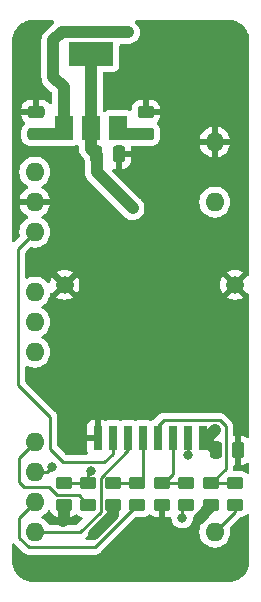
<source format=gbr>
%TF.GenerationSoftware,KiCad,Pcbnew,7.0.1*%
%TF.CreationDate,2023-03-18T17:30:27+01:00*%
%TF.ProjectId,gateway-nano-E01-ml01sp4,67617465-7761-4792-9d6e-616e6f2d4530,rev?*%
%TF.SameCoordinates,Original*%
%TF.FileFunction,Copper,L2,Bot*%
%TF.FilePolarity,Positive*%
%FSLAX46Y46*%
G04 Gerber Fmt 4.6, Leading zero omitted, Abs format (unit mm)*
G04 Created by KiCad (PCBNEW 7.0.1) date 2023-03-18 17:30:27*
%MOMM*%
%LPD*%
G01*
G04 APERTURE LIST*
G04 Aperture macros list*
%AMRoundRect*
0 Rectangle with rounded corners*
0 $1 Rounding radius*
0 $2 $3 $4 $5 $6 $7 $8 $9 X,Y pos of 4 corners*
0 Add a 4 corners polygon primitive as box body*
4,1,4,$2,$3,$4,$5,$6,$7,$8,$9,$2,$3,0*
0 Add four circle primitives for the rounded corners*
1,1,$1+$1,$2,$3*
1,1,$1+$1,$4,$5*
1,1,$1+$1,$6,$7*
1,1,$1+$1,$8,$9*
0 Add four rect primitives between the rounded corners*
20,1,$1+$1,$2,$3,$4,$5,0*
20,1,$1+$1,$4,$5,$6,$7,0*
20,1,$1+$1,$6,$7,$8,$9,0*
20,1,$1+$1,$8,$9,$2,$3,0*%
G04 Aperture macros list end*
%TA.AperFunction,ComponentPad*%
%ADD10O,1.600000X1.600000*%
%TD*%
%TA.AperFunction,SMDPad,CuDef*%
%ADD11R,1.500000X2.000000*%
%TD*%
%TA.AperFunction,SMDPad,CuDef*%
%ADD12R,3.800000X2.000000*%
%TD*%
%TA.AperFunction,SMDPad,CuDef*%
%ADD13RoundRect,0.250000X-0.250000X-0.475000X0.250000X-0.475000X0.250000X0.475000X-0.250000X0.475000X0*%
%TD*%
%TA.AperFunction,SMDPad,CuDef*%
%ADD14RoundRect,0.250000X0.450000X-0.262500X0.450000X0.262500X-0.450000X0.262500X-0.450000X-0.262500X0*%
%TD*%
%TA.AperFunction,SMDPad,CuDef*%
%ADD15RoundRect,0.250000X-0.450000X0.262500X-0.450000X-0.262500X0.450000X-0.262500X0.450000X0.262500X0*%
%TD*%
%TA.AperFunction,SMDPad,CuDef*%
%ADD16R,0.800000X2.000000*%
%TD*%
%TA.AperFunction,SMDPad,CuDef*%
%ADD17C,1.500000*%
%TD*%
%TA.AperFunction,SMDPad,CuDef*%
%ADD18RoundRect,0.250000X0.250000X0.475000X-0.250000X0.475000X-0.250000X-0.475000X0.250000X-0.475000X0*%
%TD*%
%TA.AperFunction,SMDPad,CuDef*%
%ADD19RoundRect,0.250000X0.475000X-0.250000X0.475000X0.250000X-0.475000X0.250000X-0.475000X-0.250000X0*%
%TD*%
%TA.AperFunction,ViaPad*%
%ADD20C,1.000000*%
%TD*%
%TA.AperFunction,ViaPad*%
%ADD21C,0.800000*%
%TD*%
%TA.AperFunction,Conductor*%
%ADD22C,1.000000*%
%TD*%
%TA.AperFunction,Conductor*%
%ADD23C,0.250000*%
%TD*%
G04 APERTURE END LIST*
D10*
%TO.P,A1,3,~{RESET}*%
%TO.N,inclusion*%
X114935000Y-91440000D03*
%TO.P,A1,4,GND*%
%TO.N,GND*%
X114935000Y-93980000D03*
%TO.P,A1,5,D2*%
%TO.N,irq*%
X114935000Y-96520000D03*
%TO.P,A1,7,D4*%
%TO.N,ledgreen*%
X114935000Y-101600000D03*
%TO.P,A1,8,D5*%
%TO.N,ledyellow*%
X114935000Y-104140000D03*
%TO.P,A1,9,D6*%
%TO.N,ledred*%
X114935000Y-106680000D03*
%TO.P,A1,12,D9*%
%TO.N,ce-nano*%
X114935000Y-114300000D03*
%TO.P,A1,13,D10*%
%TO.N,csn-nano*%
X114935000Y-116840000D03*
%TO.P,A1,14,D11*%
%TO.N,mosi-nano*%
X114935000Y-119380000D03*
%TO.P,A1,15,D12*%
%TO.N,miso*%
X114935000Y-121920000D03*
%TO.P,A1,16,D13*%
%TO.N,sck-nano*%
X130175000Y-121920000D03*
%TO.P,A1,27,+5V*%
%TO.N,+5V*%
X130175000Y-93980000D03*
%TO.P,A1,29,GND*%
%TO.N,GND*%
X130175000Y-88900000D03*
%TD*%
D11*
%TO.P,U2,1,GND*%
%TO.N,Net-(U2-GND)*%
X121975000Y-87725000D03*
%TO.P,U2,2,VO*%
%TO.N,+3.3VP*%
X119675000Y-87725000D03*
D12*
X119675000Y-81425000D03*
D11*
%TO.P,U2,3,VI*%
%TO.N,+5V*%
X117375000Y-87725000D03*
%TD*%
D13*
%TO.P,C1,1*%
%TO.N,+3.3VP*%
X130250000Y-115000000D03*
%TO.P,C1,2*%
%TO.N,GND*%
X132150000Y-115000000D03*
%TD*%
D14*
%TO.P,R4,1*%
%TO.N,ce-nano*%
X119471428Y-119612500D03*
%TO.P,R4,2*%
%TO.N,ce-e01*%
X119471428Y-117787500D03*
%TD*%
D15*
%TO.P,R6,1*%
%TO.N,mosi-e01*%
X121542856Y-117787500D03*
%TO.P,R6,2*%
%TO.N,GND*%
X121542856Y-119612500D03*
%TD*%
%TO.P,R7,1*%
%TO.N,csn-e01*%
X125685712Y-117787500D03*
%TO.P,R7,2*%
%TO.N,GND*%
X125685712Y-119612500D03*
%TD*%
%TO.P,R8,1*%
%TO.N,ce-e01*%
X117400000Y-117787500D03*
%TO.P,R8,2*%
%TO.N,GND*%
X117400000Y-119612500D03*
%TD*%
D14*
%TO.P,R1,1*%
%TO.N,sck-nano*%
X131900000Y-119612500D03*
%TO.P,R1,2*%
%TO.N,sck-e01*%
X131900000Y-117787500D03*
%TD*%
D16*
%TO.P,U1,1,VCC*%
%TO.N,+3.3VP*%
X129145786Y-113965336D03*
%TO.P,U1,2,CE*%
%TO.N,ce-e01*%
X127875786Y-113965336D03*
%TO.P,U1,3,CSN*%
%TO.N,csn-e01*%
X126605786Y-113965336D03*
%TO.P,U1,4,SCK*%
%TO.N,sck-e01*%
X125335786Y-113965336D03*
%TO.P,U1,5,MOSI*%
%TO.N,mosi-e01*%
X124065786Y-113965336D03*
%TO.P,U1,6,MISO*%
%TO.N,miso*%
X122795786Y-113965336D03*
%TO.P,U1,7,IRQ*%
%TO.N,irq*%
X121525786Y-113965336D03*
%TO.P,U1,8,GND*%
%TO.N,GND*%
X120255786Y-113965336D03*
D17*
%TO.P,U1,9,GND*%
X117446185Y-100981233D03*
%TO.P,U1,10,GND*%
X131882575Y-100973410D03*
%TD*%
D15*
%TO.P,R5,1*%
%TO.N,sck-e01*%
X129828568Y-117787500D03*
%TO.P,R5,2*%
%TO.N,GND*%
X129828568Y-119612500D03*
%TD*%
D18*
%TO.P,C3,1*%
%TO.N,GND*%
X122050000Y-89950000D03*
%TO.P,C3,2*%
%TO.N,+3.3VP*%
X120150000Y-89950000D03*
%TD*%
D14*
%TO.P,R2,1*%
%TO.N,mosi-nano*%
X123614284Y-119612500D03*
%TO.P,R2,2*%
%TO.N,mosi-e01*%
X123614284Y-117787500D03*
%TD*%
%TO.P,R12,1*%
%TO.N,Net-(U2-GND)*%
X124325000Y-88212500D03*
%TO.P,R12,2*%
%TO.N,GND*%
X124325000Y-86387500D03*
%TD*%
%TO.P,R3,1*%
%TO.N,csn-nano*%
X127757140Y-119612500D03*
%TO.P,R3,2*%
%TO.N,csn-e01*%
X127757140Y-117787500D03*
%TD*%
D19*
%TO.P,C2,1*%
%TO.N,+5V*%
X115025000Y-88225000D03*
%TO.P,C2,2*%
%TO.N,GND*%
X115025000Y-86325000D03*
%TD*%
D20*
%TO.N,GND*%
X118800000Y-113975000D03*
X115325000Y-108950000D03*
X128800000Y-120800000D03*
X123400000Y-123000000D03*
X119900000Y-122100000D03*
X114900000Y-124700000D03*
X130200000Y-124700000D03*
X117300000Y-121000000D03*
D21*
%TO.N,csn-nano*%
X127400000Y-120700000D03*
X116400000Y-116400000D03*
%TO.N,ce-e01*%
X119700000Y-116724500D03*
X127900000Y-115400000D03*
D20*
%TO.N,+5V*%
X122800000Y-79600000D03*
%TO.N,+3.3VP*%
X130200000Y-113300000D03*
X123200000Y-94500000D03*
%TD*%
D22*
%TO.N,GND*%
X121542856Y-120457144D02*
X121542856Y-119612500D01*
X129885710Y-119714290D02*
X128800000Y-120800000D01*
X117400000Y-119612500D02*
X117400000Y-120900000D01*
X117400000Y-120900000D02*
X117300000Y-121000000D01*
X119900000Y-122100000D02*
X121542856Y-120457144D01*
D23*
X129885710Y-119612500D02*
X129885710Y-119714290D01*
D22*
X130075000Y-88880000D02*
X130030000Y-88880000D01*
D23*
%TO.N,miso*%
X120500000Y-117304683D02*
X120500000Y-120200000D01*
X118780000Y-121920000D02*
X114935000Y-121920000D01*
X122795786Y-113965336D02*
X122795786Y-115008897D01*
X122795786Y-115008897D02*
X120500000Y-117304683D01*
X120500000Y-120200000D02*
X118780000Y-121920000D01*
%TO.N,ce-nano*%
X118633928Y-118775000D02*
X119471428Y-119612500D01*
X113600000Y-117675991D02*
X114024009Y-118100000D01*
X114935000Y-114300000D02*
X113600000Y-115635000D01*
X116775000Y-118775000D02*
X118633928Y-118775000D01*
X116100000Y-118100000D02*
X116775000Y-118775000D01*
X114024009Y-118100000D02*
X116100000Y-118100000D01*
X113600000Y-115635000D02*
X113600000Y-117675991D01*
%TO.N,csn-nano*%
X114935000Y-116840000D02*
X115960000Y-116840000D01*
X127400000Y-119969640D02*
X127757140Y-119612500D01*
X115960000Y-116840000D02*
X116400000Y-116400000D01*
X127400000Y-120700000D02*
X127400000Y-119969640D01*
%TO.N,mosi-nano*%
X114935000Y-119380000D02*
X113600000Y-120715000D01*
X120026784Y-123200000D02*
X123614284Y-119612500D01*
X113600000Y-120715000D02*
X113600000Y-122400000D01*
X114400000Y-123200000D02*
X120026784Y-123200000D01*
X113600000Y-122400000D02*
X114400000Y-123200000D01*
%TO.N,sck-nano*%
X131900000Y-119612500D02*
X131900000Y-120195000D01*
X131900000Y-120195000D02*
X130175000Y-121920000D01*
%TO.N,sck-e01*%
X131075000Y-112975000D02*
X130575000Y-112475000D01*
X125825000Y-112475000D02*
X125335786Y-112964214D01*
X131075000Y-116541068D02*
X131075000Y-112975000D01*
X130575000Y-112475000D02*
X125825000Y-112475000D01*
X129885710Y-117787500D02*
X131900000Y-117787500D01*
X125335786Y-112964214D02*
X125335786Y-113965336D01*
X129828568Y-117787500D02*
X131075000Y-116541068D01*
%TO.N,mosi-e01*%
X121828570Y-117787500D02*
X123842855Y-117787500D01*
X124065786Y-117564569D02*
X124065786Y-113965336D01*
X123842855Y-117787500D02*
X124065786Y-117564569D01*
%TO.N,csn-e01*%
X126605786Y-117038854D02*
X125857140Y-117787500D01*
X126605786Y-113965336D02*
X126605786Y-117038854D01*
X125857140Y-117787500D02*
X127871425Y-117787500D01*
%TO.N,ce-e01*%
X117800000Y-117787500D02*
X119814285Y-117787500D01*
X127900000Y-113989550D02*
X127875786Y-113965336D01*
X127900000Y-115400000D02*
X127900000Y-113989550D01*
X119471428Y-116953072D02*
X119700000Y-116724500D01*
X119471428Y-117787500D02*
X119471428Y-116953072D01*
%TO.N,irq*%
X113500000Y-109500000D02*
X116200000Y-112200000D01*
X117300000Y-116000000D02*
X120800000Y-116000000D01*
X114935000Y-96520000D02*
X113500000Y-97955000D01*
X113500000Y-97955000D02*
X113500000Y-109500000D01*
X116200000Y-112200000D02*
X116200000Y-114900000D01*
X116200000Y-114900000D02*
X117300000Y-116000000D01*
X121525786Y-115274214D02*
X121525786Y-113965336D01*
X120800000Y-116000000D02*
X121525786Y-115274214D01*
D22*
%TO.N,+5V*%
X116500000Y-83400000D02*
X117375000Y-84275000D01*
X116775000Y-88225000D02*
X115025000Y-88225000D01*
X116500000Y-80300000D02*
X116500000Y-83400000D01*
X117200000Y-79600000D02*
X116500000Y-80300000D01*
X122800000Y-79600000D02*
X117200000Y-79600000D01*
X117375000Y-84275000D02*
X117375000Y-87725000D01*
%TO.N,+3.3VP*%
X129534664Y-113965336D02*
X130200000Y-113300000D01*
X120175000Y-91475000D02*
X123200000Y-94500000D01*
X119650000Y-89450000D02*
X119650000Y-87750000D01*
X130250000Y-115000000D02*
X129534664Y-114284664D01*
X120150000Y-89950000D02*
X119650000Y-89450000D01*
X119650000Y-87750000D02*
X119675000Y-87725000D01*
X119675000Y-81425000D02*
X119675000Y-87725000D01*
X129534664Y-114284664D02*
X129534664Y-113965336D01*
X120175000Y-89975000D02*
X120175000Y-91475000D01*
X120150000Y-89950000D02*
X120175000Y-89975000D01*
%TO.N,Net-(U2-GND)*%
X121975000Y-87725000D02*
X122500000Y-88250000D01*
X122500000Y-88250000D02*
X122700000Y-88250000D01*
X122737500Y-88212500D02*
X124325000Y-88212500D01*
X122700000Y-88250000D02*
X122737500Y-88212500D01*
%TD*%
%TA.AperFunction,Conductor*%
%TO.N,GND*%
G36*
X125876712Y-119375381D02*
G01*
X125922831Y-119421500D01*
X125939712Y-119484500D01*
X125939712Y-120633000D01*
X126186215Y-120633000D01*
X126290035Y-120622393D01*
X126323418Y-120611331D01*
X126378952Y-120605942D01*
X126431368Y-120625062D01*
X126470389Y-120664943D01*
X126488363Y-120717764D01*
X126506458Y-120889929D01*
X126565472Y-121071556D01*
X126660958Y-121236942D01*
X126705580Y-121286500D01*
X126788747Y-121378866D01*
X126943248Y-121491118D01*
X127117712Y-121568794D01*
X127304513Y-121608500D01*
X127495485Y-121608500D01*
X127495487Y-121608500D01*
X127682288Y-121568794D01*
X127856752Y-121491118D01*
X128011253Y-121378866D01*
X128139040Y-121236944D01*
X128234527Y-121071556D01*
X128293542Y-120889928D01*
X128311669Y-120717458D01*
X128325611Y-120671698D01*
X128355612Y-120634428D01*
X128397339Y-120611033D01*
X128529878Y-120567115D01*
X128680792Y-120474030D01*
X128704113Y-120450708D01*
X128760593Y-120418098D01*
X128825817Y-120418097D01*
X128882302Y-120450709D01*
X128905225Y-120473632D01*
X129056045Y-120566659D01*
X129224239Y-120622393D01*
X129328065Y-120633000D01*
X129332106Y-120633000D01*
X129393192Y-120648798D01*
X129438960Y-120692230D01*
X129457933Y-120752406D01*
X129445354Y-120814235D01*
X129404377Y-120862213D01*
X129330696Y-120913804D01*
X129168804Y-121075696D01*
X129037477Y-121263249D01*
X128940715Y-121470756D01*
X128881457Y-121691912D01*
X128861502Y-121919999D01*
X128881457Y-122148087D01*
X128940715Y-122369243D01*
X129037477Y-122576750D01*
X129168804Y-122764303D01*
X129330696Y-122926195D01*
X129518249Y-123057522D01*
X129725756Y-123154284D01*
X129785014Y-123170162D01*
X129946913Y-123213543D01*
X130175000Y-123233498D01*
X130403087Y-123213543D01*
X130624243Y-123154284D01*
X130831749Y-123057523D01*
X131019300Y-122926198D01*
X131181198Y-122764300D01*
X131312523Y-122576749D01*
X131409284Y-122369243D01*
X131468543Y-122148087D01*
X131488498Y-121920000D01*
X131468543Y-121691913D01*
X131451539Y-121628457D01*
X131451539Y-121563235D01*
X131484149Y-121506753D01*
X132288658Y-120702244D01*
X132304978Y-120689171D01*
X132307014Y-120687002D01*
X132307018Y-120687000D01*
X132320445Y-120672700D01*
X132356433Y-120646013D01*
X132399489Y-120633606D01*
X132400536Y-120633499D01*
X132400544Y-120633499D01*
X132504426Y-120622887D01*
X132672738Y-120567115D01*
X132823652Y-120474030D01*
X132828012Y-120469670D01*
X132859905Y-120437778D01*
X132910064Y-120407040D01*
X132968711Y-120402424D01*
X133023061Y-120424937D01*
X133061267Y-120469670D01*
X133075000Y-120526873D01*
X133075000Y-124650374D01*
X133072118Y-124677167D01*
X133054351Y-124758809D01*
X133053751Y-124761434D01*
X133021576Y-124895433D01*
X133017111Y-124910054D01*
X132977519Y-125016186D01*
X132975874Y-125020368D01*
X132925935Y-125140924D01*
X132920112Y-125153092D01*
X132864438Y-125255043D01*
X132861284Y-125260491D01*
X132794570Y-125369353D01*
X132788005Y-125379028D01*
X132717627Y-125473036D01*
X132712572Y-125479355D01*
X132630363Y-125575608D01*
X132623646Y-125582874D01*
X132540329Y-125666188D01*
X132533065Y-125672902D01*
X132436844Y-125755082D01*
X132430523Y-125760139D01*
X132336430Y-125830576D01*
X132326756Y-125837140D01*
X132218089Y-125903732D01*
X132212640Y-125906887D01*
X132110449Y-125962688D01*
X132098282Y-125968509D01*
X131978210Y-126018246D01*
X131974026Y-126019893D01*
X131867364Y-126059678D01*
X131852746Y-126064141D01*
X131719750Y-126096074D01*
X131717121Y-126096675D01*
X131612556Y-126119426D01*
X131595658Y-126121918D01*
X131508872Y-126128750D01*
X131497947Y-126129611D01*
X131488059Y-126130000D01*
X114618369Y-126130000D01*
X114608479Y-126129611D01*
X114510365Y-126121886D01*
X114493471Y-126119395D01*
X114392072Y-126097336D01*
X114389437Y-126096734D01*
X114253162Y-126064012D01*
X114238548Y-126059550D01*
X114134243Y-126020646D01*
X114130055Y-126018998D01*
X114007499Y-125968230D01*
X113995335Y-125962410D01*
X113895186Y-125907725D01*
X113889734Y-125904569D01*
X113888368Y-125903732D01*
X113778893Y-125836643D01*
X113769226Y-125830083D01*
X113676992Y-125761040D01*
X113670668Y-125755980D01*
X113572460Y-125672101D01*
X113565198Y-125665389D01*
X113483632Y-125583828D01*
X113476921Y-125576568D01*
X113392829Y-125478108D01*
X113387776Y-125471793D01*
X113319058Y-125380003D01*
X113312493Y-125370328D01*
X113244023Y-125258600D01*
X113240869Y-125253153D01*
X113186750Y-125154051D01*
X113180927Y-125141882D01*
X113130591Y-125020368D01*
X113129344Y-125017358D01*
X113127736Y-125013270D01*
X113089569Y-124910957D01*
X113085114Y-124896369D01*
X113051423Y-124756057D01*
X113050844Y-124753525D01*
X113029645Y-124656110D01*
X113027158Y-124639240D01*
X113011914Y-124445649D01*
X113011895Y-124445402D01*
X113008232Y-124394233D01*
X113007910Y-124385237D01*
X113007910Y-123008004D01*
X113021643Y-122950801D01*
X113059849Y-122906068D01*
X113114199Y-122883555D01*
X113172846Y-122888171D01*
X113223005Y-122918909D01*
X113892752Y-123588656D01*
X113905831Y-123604981D01*
X113907999Y-123607017D01*
X113908000Y-123607018D01*
X113957650Y-123653642D01*
X113960461Y-123656366D01*
X113980230Y-123676135D01*
X113983443Y-123678627D01*
X113992433Y-123686306D01*
X114024679Y-123716586D01*
X114042426Y-123726342D01*
X114058950Y-123737196D01*
X114074959Y-123749614D01*
X114115542Y-123767175D01*
X114126193Y-123772393D01*
X114164940Y-123793695D01*
X114184560Y-123798732D01*
X114203267Y-123805137D01*
X114209880Y-123807998D01*
X114221854Y-123813181D01*
X114232505Y-123814867D01*
X114265530Y-123820098D01*
X114277125Y-123822498D01*
X114319970Y-123833500D01*
X114340224Y-123833500D01*
X114359934Y-123835051D01*
X114379942Y-123838220D01*
X114379942Y-123838219D01*
X114379943Y-123838220D01*
X114423961Y-123834058D01*
X114435819Y-123833500D01*
X119942931Y-123833500D01*
X119963719Y-123835795D01*
X119966691Y-123835701D01*
X119966693Y-123835702D01*
X120034769Y-123833562D01*
X120038729Y-123833500D01*
X120066636Y-123833500D01*
X120066640Y-123833500D01*
X120070649Y-123832993D01*
X120082483Y-123832061D01*
X120126673Y-123830673D01*
X120146122Y-123825021D01*
X120165482Y-123821012D01*
X120185581Y-123818474D01*
X120226699Y-123802193D01*
X120237901Y-123798357D01*
X120280377Y-123786018D01*
X120297823Y-123775699D01*
X120315564Y-123767009D01*
X120334401Y-123759552D01*
X120370176Y-123733558D01*
X120380087Y-123727048D01*
X120418146Y-123704542D01*
X120432475Y-123690212D01*
X120447503Y-123677377D01*
X120463891Y-123665472D01*
X120492087Y-123631386D01*
X120500056Y-123622630D01*
X123452283Y-120670404D01*
X123493160Y-120643090D01*
X123541378Y-120633499D01*
X124114824Y-120633499D01*
X124114828Y-120633499D01*
X124218710Y-120622887D01*
X124387022Y-120567115D01*
X124537936Y-120474030D01*
X124561257Y-120450708D01*
X124617737Y-120418098D01*
X124682961Y-120418097D01*
X124739446Y-120450709D01*
X124762369Y-120473632D01*
X124913189Y-120566659D01*
X125081383Y-120622393D01*
X125185209Y-120633000D01*
X125431712Y-120633000D01*
X125431712Y-119484500D01*
X125448593Y-119421500D01*
X125494712Y-119375381D01*
X125557712Y-119358500D01*
X125813712Y-119358500D01*
X125876712Y-119375381D01*
G37*
%TD.AperFunction*%
%TA.AperFunction,Conductor*%
G36*
X121042348Y-120633000D02*
G01*
X121393688Y-120633000D01*
X121450891Y-120646733D01*
X121495624Y-120684939D01*
X121518137Y-120739289D01*
X121513521Y-120797936D01*
X121482783Y-120848095D01*
X119801284Y-122529595D01*
X119760407Y-122556909D01*
X119712189Y-122566500D01*
X119335111Y-122566500D01*
X119267599Y-122546887D01*
X119221105Y-122494154D01*
X119210103Y-122424717D01*
X119238019Y-122360194D01*
X119245286Y-122351408D01*
X119253272Y-122342630D01*
X120888658Y-120707244D01*
X120904982Y-120694167D01*
X120907015Y-120692001D01*
X120907018Y-120692000D01*
X120926757Y-120670979D01*
X120974516Y-120639196D01*
X121031418Y-120631883D01*
X121042348Y-120633000D01*
G37*
%TD.AperFunction*%
%TA.AperFunction,Conductor*%
G36*
X117591000Y-119425381D02*
G01*
X117637119Y-119471500D01*
X117654000Y-119534500D01*
X117654000Y-120633000D01*
X117900503Y-120633000D01*
X118004328Y-120622393D01*
X118172522Y-120566659D01*
X118323339Y-120473634D01*
X118346263Y-120450710D01*
X118402748Y-120418098D01*
X118467972Y-120418098D01*
X118524454Y-120450708D01*
X118547776Y-120474030D01*
X118698690Y-120567115D01*
X118867002Y-120622887D01*
X118888300Y-120625062D01*
X118953282Y-120651290D01*
X118994204Y-120708177D01*
X118998406Y-120778128D01*
X118964589Y-120839505D01*
X118554500Y-121249595D01*
X118513622Y-121276909D01*
X118465404Y-121286500D01*
X116154393Y-121286500D01*
X116096213Y-121272263D01*
X116051181Y-121232772D01*
X115941198Y-121075700D01*
X115941197Y-121075699D01*
X115941195Y-121075696D01*
X115779303Y-120913804D01*
X115591748Y-120782476D01*
X115552543Y-120764195D01*
X115499525Y-120717700D01*
X115479792Y-120650000D01*
X115499525Y-120582300D01*
X115552543Y-120535805D01*
X115557163Y-120533650D01*
X115591749Y-120517523D01*
X115779300Y-120386198D01*
X115941198Y-120224300D01*
X116018587Y-120113776D01*
X116071895Y-120070351D01*
X116140062Y-120061376D01*
X116202792Y-120089524D01*
X116241405Y-120146413D01*
X116258340Y-120197522D01*
X116351367Y-120348342D01*
X116476657Y-120473632D01*
X116627477Y-120566659D01*
X116795671Y-120622393D01*
X116899497Y-120633000D01*
X117146000Y-120633000D01*
X117146000Y-119534500D01*
X117162881Y-119471500D01*
X117209000Y-119425381D01*
X117272000Y-119408500D01*
X117528000Y-119408500D01*
X117591000Y-119425381D01*
G37*
%TD.AperFunction*%
%TA.AperFunction,Conductor*%
G36*
X116534826Y-78615878D02*
G01*
X116580195Y-78656998D01*
X116600823Y-78714650D01*
X116591839Y-78775218D01*
X116555364Y-78824398D01*
X116538332Y-78838375D01*
X116483430Y-78883433D01*
X116455774Y-78917131D01*
X116447473Y-78926290D01*
X115826296Y-79547468D01*
X115817136Y-79555770D01*
X115783433Y-79583430D01*
X115657404Y-79736996D01*
X115549917Y-79938088D01*
X115547545Y-79965644D01*
X115506090Y-80102298D01*
X115486619Y-80299998D01*
X115490893Y-80343386D01*
X115491500Y-80355737D01*
X115491500Y-83344263D01*
X115490893Y-83356614D01*
X115486619Y-83400001D01*
X115506090Y-83597700D01*
X115540763Y-83711996D01*
X115540763Y-83711998D01*
X115563758Y-83787803D01*
X115657404Y-83963004D01*
X115783433Y-84116569D01*
X115817135Y-84144227D01*
X115826298Y-84152532D01*
X116329595Y-84655829D01*
X116356909Y-84696706D01*
X116366500Y-84744924D01*
X116366500Y-85591649D01*
X116349984Y-85654013D01*
X116304765Y-85700028D01*
X116242699Y-85717630D01*
X116180056Y-85702204D01*
X116133259Y-85657796D01*
X116098632Y-85601657D01*
X115973342Y-85476367D01*
X115822522Y-85383340D01*
X115654328Y-85327606D01*
X115550503Y-85317000D01*
X115279000Y-85317000D01*
X115279000Y-86453000D01*
X115262119Y-86516000D01*
X115216000Y-86562119D01*
X115153000Y-86579000D01*
X113792000Y-86579000D01*
X113792000Y-86625503D01*
X113802606Y-86729328D01*
X113858340Y-86897522D01*
X113951367Y-87048342D01*
X114087074Y-87184049D01*
X114084754Y-87186368D01*
X114110520Y-87213272D01*
X114126511Y-87274672D01*
X114110552Y-87336081D01*
X114084507Y-87363302D01*
X114086761Y-87365556D01*
X113950972Y-87501344D01*
X113950970Y-87501348D01*
X113857885Y-87652262D01*
X113821220Y-87762912D01*
X113802113Y-87820574D01*
X113791500Y-87924459D01*
X113791500Y-88525540D01*
X113791501Y-88525545D01*
X113802113Y-88629426D01*
X113857885Y-88797738D01*
X113950970Y-88948652D01*
X113950972Y-88948655D01*
X114076344Y-89074027D01*
X114076346Y-89074028D01*
X114076348Y-89074030D01*
X114227262Y-89167115D01*
X114395574Y-89222887D01*
X114499455Y-89233500D01*
X114962972Y-89233499D01*
X114962982Y-89233500D01*
X114975453Y-89233500D01*
X116576362Y-89233500D01*
X116824547Y-89233500D01*
X118173638Y-89233500D01*
X118234201Y-89226989D01*
X118371204Y-89175889D01*
X118408501Y-89147969D01*
X118439991Y-89124396D01*
X118504269Y-89099766D01*
X118571899Y-89112591D01*
X118622697Y-89159046D01*
X118641500Y-89225264D01*
X118641500Y-89394263D01*
X118640893Y-89406614D01*
X118636619Y-89450001D01*
X118656090Y-89647699D01*
X118656091Y-89647701D01*
X118687821Y-89752299D01*
X118708965Y-89822000D01*
X118713760Y-89837807D01*
X118807404Y-90013003D01*
X118933433Y-90166569D01*
X118967135Y-90194227D01*
X118976298Y-90202532D01*
X119104595Y-90330829D01*
X119131908Y-90371705D01*
X119141500Y-90419922D01*
X119141500Y-90475540D01*
X119152113Y-90579426D01*
X119160105Y-90603544D01*
X119166500Y-90643176D01*
X119166500Y-91419263D01*
X119165893Y-91431614D01*
X119161619Y-91475001D01*
X119181090Y-91672699D01*
X119181091Y-91672701D01*
X119228142Y-91827804D01*
X119238759Y-91862804D01*
X119238760Y-91862806D01*
X119332404Y-92038004D01*
X119458433Y-92191569D01*
X119492135Y-92219227D01*
X119501298Y-92227532D01*
X122447461Y-95173695D01*
X122455766Y-95182857D01*
X122483431Y-95216568D01*
X122538641Y-95261877D01*
X122636996Y-95342595D01*
X122787112Y-95422833D01*
X122809458Y-95434777D01*
X122811868Y-95436141D01*
X122812195Y-95436240D01*
X122812196Y-95436241D01*
X122930458Y-95472116D01*
X123002298Y-95493909D01*
X123200000Y-95513380D01*
X123397701Y-95493909D01*
X123587804Y-95436241D01*
X123587803Y-95436241D01*
X123587804Y-95436239D01*
X123632001Y-95422833D01*
X123666060Y-95394412D01*
X123763004Y-95342595D01*
X123916568Y-95216568D01*
X123916569Y-95216566D01*
X123916571Y-95216565D01*
X124042593Y-95063007D01*
X124042595Y-95063004D01*
X124136241Y-94887804D01*
X124156022Y-94822595D01*
X124193909Y-94697701D01*
X124213380Y-94500000D01*
X124193909Y-94302299D01*
X124136241Y-94112196D01*
X124065581Y-93980000D01*
X124065581Y-93979999D01*
X128861502Y-93979999D01*
X128881457Y-94208087D01*
X128940715Y-94429243D01*
X129037477Y-94636750D01*
X129168804Y-94824303D01*
X129330696Y-94986195D01*
X129518249Y-95117522D01*
X129725756Y-95214284D01*
X129771187Y-95226457D01*
X129946913Y-95273543D01*
X130175000Y-95293498D01*
X130403087Y-95273543D01*
X130624243Y-95214284D01*
X130831749Y-95117523D01*
X131019300Y-94986198D01*
X131181198Y-94824300D01*
X131312523Y-94636749D01*
X131409284Y-94429243D01*
X131468543Y-94208087D01*
X131488498Y-93980000D01*
X131468543Y-93751913D01*
X131409284Y-93530757D01*
X131312523Y-93323251D01*
X131181198Y-93135700D01*
X131181197Y-93135699D01*
X131181195Y-93135696D01*
X131019303Y-92973804D01*
X130831750Y-92842477D01*
X130624243Y-92745715D01*
X130403087Y-92686457D01*
X130175000Y-92666502D01*
X129946912Y-92686457D01*
X129725756Y-92745715D01*
X129518249Y-92842477D01*
X129330696Y-92973804D01*
X129168804Y-93135696D01*
X129037477Y-93323249D01*
X128940715Y-93530756D01*
X128881457Y-93751912D01*
X128861502Y-93979999D01*
X124065581Y-93979999D01*
X124042594Y-93936994D01*
X123916571Y-93783434D01*
X123882857Y-93755766D01*
X123873695Y-93747461D01*
X121502559Y-91376325D01*
X121469576Y-91318423D01*
X121470739Y-91251795D01*
X121505723Y-91195079D01*
X121564742Y-91164138D01*
X121631288Y-91167626D01*
X121645674Y-91172393D01*
X121749497Y-91183000D01*
X121796000Y-91183000D01*
X121796000Y-90204000D01*
X122304000Y-90204000D01*
X122304000Y-91183000D01*
X122350503Y-91183000D01*
X122454328Y-91172393D01*
X122622522Y-91116659D01*
X122773342Y-91023632D01*
X122898632Y-90898342D01*
X122991659Y-90747522D01*
X123047393Y-90579328D01*
X123058000Y-90475503D01*
X123058000Y-90204000D01*
X122304000Y-90204000D01*
X121796000Y-90204000D01*
X121796000Y-89822000D01*
X121812881Y-89759000D01*
X121859000Y-89712881D01*
X121922000Y-89696000D01*
X123058000Y-89696000D01*
X123058000Y-89424497D01*
X123051391Y-89359806D01*
X123063598Y-89291546D01*
X123110073Y-89240081D01*
X123176739Y-89221000D01*
X123695685Y-89221000D01*
X123708491Y-89221652D01*
X123720571Y-89222886D01*
X123720574Y-89222887D01*
X123824455Y-89233500D01*
X124825544Y-89233499D01*
X124929426Y-89222887D01*
X125097738Y-89167115D01*
X125119001Y-89154000D01*
X128888918Y-89154000D01*
X128941186Y-89349070D01*
X129037912Y-89556498D01*
X129169189Y-89743981D01*
X129331018Y-89905810D01*
X129518501Y-90037087D01*
X129725929Y-90133813D01*
X129921000Y-90186082D01*
X129921000Y-89154000D01*
X130429000Y-89154000D01*
X130429000Y-90186082D01*
X130624070Y-90133813D01*
X130831498Y-90037087D01*
X131018981Y-89905810D01*
X131180810Y-89743981D01*
X131312087Y-89556498D01*
X131408813Y-89349070D01*
X131461082Y-89154000D01*
X130429000Y-89154000D01*
X129921000Y-89154000D01*
X128888918Y-89154000D01*
X125119001Y-89154000D01*
X125248652Y-89074030D01*
X125374030Y-88948652D01*
X125467115Y-88797738D01*
X125517395Y-88646000D01*
X128888917Y-88646000D01*
X129921000Y-88646000D01*
X129921000Y-87613917D01*
X130428999Y-87613917D01*
X130429000Y-87613918D01*
X130429000Y-88646000D01*
X131461082Y-88646000D01*
X131408813Y-88450929D01*
X131312087Y-88243501D01*
X131180810Y-88056018D01*
X131018981Y-87894189D01*
X130831498Y-87762912D01*
X130624070Y-87666186D01*
X130428999Y-87613917D01*
X129921000Y-87613917D01*
X129725929Y-87666186D01*
X129518501Y-87762912D01*
X129331018Y-87894189D01*
X129169189Y-88056018D01*
X129037912Y-88243501D01*
X128941186Y-88450929D01*
X128888917Y-88646000D01*
X125517395Y-88646000D01*
X125522887Y-88629426D01*
X125533500Y-88525545D01*
X125533499Y-87899456D01*
X125522887Y-87795574D01*
X125467115Y-87627262D01*
X125374030Y-87476348D01*
X125374028Y-87476346D01*
X125374027Y-87476344D01*
X125286424Y-87388741D01*
X125253812Y-87332257D01*
X125253812Y-87267035D01*
X125286424Y-87210551D01*
X125373632Y-87123342D01*
X125466659Y-86972522D01*
X125522393Y-86804328D01*
X125533000Y-86700503D01*
X125533000Y-86641500D01*
X124197000Y-86641500D01*
X124134000Y-86624619D01*
X124087881Y-86578500D01*
X124071000Y-86515500D01*
X124071000Y-85367000D01*
X124579000Y-85367000D01*
X124579000Y-86133500D01*
X125533000Y-86133500D01*
X125533000Y-86074497D01*
X125522393Y-85970671D01*
X125466659Y-85802477D01*
X125373632Y-85651657D01*
X125248342Y-85526367D01*
X125097522Y-85433340D01*
X124929328Y-85377606D01*
X124825503Y-85367000D01*
X124579000Y-85367000D01*
X124071000Y-85367000D01*
X123824497Y-85367000D01*
X123720671Y-85377606D01*
X123552477Y-85433340D01*
X123401657Y-85526367D01*
X123276367Y-85651657D01*
X123183340Y-85802477D01*
X123127606Y-85970671D01*
X123117000Y-86074497D01*
X123117000Y-86147015D01*
X123102648Y-86205417D01*
X123062861Y-86250514D01*
X123006703Y-86272033D01*
X122946968Y-86265071D01*
X122892630Y-86244804D01*
X122834201Y-86223011D01*
X122773638Y-86216500D01*
X121176362Y-86216500D01*
X121115799Y-86223011D01*
X120978794Y-86274111D01*
X120900507Y-86332716D01*
X120851783Y-86354967D01*
X120798217Y-86354968D01*
X120749492Y-86332716D01*
X120733993Y-86321114D01*
X120696828Y-86276646D01*
X120683500Y-86220245D01*
X120683500Y-83059500D01*
X120700381Y-82996500D01*
X120746500Y-82950381D01*
X120809500Y-82933500D01*
X121623638Y-82933500D01*
X121684201Y-82926989D01*
X121821204Y-82875889D01*
X121938261Y-82788261D01*
X122025889Y-82671204D01*
X122076989Y-82534201D01*
X122083500Y-82473638D01*
X122083500Y-80734500D01*
X122100381Y-80671500D01*
X122146500Y-80625381D01*
X122209500Y-80608500D01*
X122744265Y-80608500D01*
X122756615Y-80609106D01*
X122800000Y-80613380D01*
X122800000Y-80613379D01*
X122800001Y-80613380D01*
X122997701Y-80593908D01*
X122997700Y-80593908D01*
X123187804Y-80536241D01*
X123363004Y-80442595D01*
X123363005Y-80442593D01*
X123363007Y-80442593D01*
X123516568Y-80316568D01*
X123642593Y-80163007D01*
X123675042Y-80102299D01*
X123736241Y-79987804D01*
X123793908Y-79797701D01*
X123813380Y-79600000D01*
X123793908Y-79402299D01*
X123736241Y-79212196D01*
X123642595Y-79036996D01*
X123642593Y-79036992D01*
X123516570Y-78883433D01*
X123444637Y-78824399D01*
X123408162Y-78775218D01*
X123399178Y-78714650D01*
X123419806Y-78656998D01*
X123465175Y-78615878D01*
X123524571Y-78601000D01*
X131740551Y-78601000D01*
X131769965Y-78604481D01*
X131853269Y-78624483D01*
X131867859Y-78628937D01*
X131972207Y-78667859D01*
X131976339Y-78669485D01*
X132098855Y-78720235D01*
X132110983Y-78726036D01*
X132211433Y-78780887D01*
X132216835Y-78784016D01*
X132327359Y-78851746D01*
X132337018Y-78858300D01*
X132370590Y-78883432D01*
X132429662Y-78927654D01*
X132435971Y-78932700D01*
X132533700Y-79016169D01*
X132540929Y-79022853D01*
X132623022Y-79104945D01*
X132629738Y-79112209D01*
X132713194Y-79209922D01*
X132718247Y-79216239D01*
X132787590Y-79308868D01*
X132794149Y-79318534D01*
X132861870Y-79429043D01*
X132865025Y-79434492D01*
X132919846Y-79534886D01*
X132925667Y-79547052D01*
X132976397Y-79669517D01*
X132978044Y-79673704D01*
X133016954Y-79778021D01*
X133021417Y-79792637D01*
X133054212Y-79929220D01*
X133054814Y-79931851D01*
X133072120Y-80011394D01*
X133075000Y-80038181D01*
X133075000Y-100156273D01*
X133056241Y-100222420D01*
X133005549Y-100268871D01*
X132938019Y-100281794D01*
X132933771Y-100281422D01*
X132241785Y-100973409D01*
X132241785Y-100973410D01*
X132933772Y-101665396D01*
X132938019Y-101665025D01*
X133005549Y-101677948D01*
X133056241Y-101724399D01*
X133075000Y-101790546D01*
X133075000Y-113824993D01*
X133057658Y-113888785D01*
X133010406Y-113935017D01*
X132946252Y-113950963D01*
X132882853Y-113932234D01*
X132722522Y-113833340D01*
X132554328Y-113777606D01*
X132450503Y-113767000D01*
X132404000Y-113767000D01*
X132404000Y-116233000D01*
X132450503Y-116233000D01*
X132554328Y-116222393D01*
X132722522Y-116166659D01*
X132882853Y-116067766D01*
X132946252Y-116049037D01*
X133010406Y-116064983D01*
X133057658Y-116111215D01*
X133075000Y-116175007D01*
X133075000Y-116873127D01*
X133061267Y-116930330D01*
X133023061Y-116975063D01*
X132968711Y-116997576D01*
X132910064Y-116992960D01*
X132859905Y-116962222D01*
X132823655Y-116925972D01*
X132823652Y-116925970D01*
X132672738Y-116832885D01*
X132504426Y-116777113D01*
X132400545Y-116766500D01*
X132400541Y-116766500D01*
X131833605Y-116766500D01*
X131778169Y-116753650D01*
X131734041Y-116717720D01*
X131710221Y-116666040D01*
X131710908Y-116637016D01*
X131708500Y-116637016D01*
X131708500Y-116600844D01*
X131710051Y-116581134D01*
X131713220Y-116561125D01*
X131709059Y-116517107D01*
X131708500Y-116505249D01*
X131708500Y-116358124D01*
X131727582Y-116291457D01*
X131779047Y-116244983D01*
X131843073Y-116233534D01*
X131843073Y-116233000D01*
X131846061Y-116233000D01*
X131847308Y-116232777D01*
X131849490Y-116233000D01*
X131896000Y-116233000D01*
X131896000Y-113767000D01*
X131849490Y-113767000D01*
X131847308Y-113767223D01*
X131846061Y-113767000D01*
X131843073Y-113767000D01*
X131843073Y-113766466D01*
X131779047Y-113755017D01*
X131727582Y-113708543D01*
X131708500Y-113641876D01*
X131708500Y-113058854D01*
X131710795Y-113038064D01*
X131708562Y-112967002D01*
X131708500Y-112963044D01*
X131708500Y-112935149D01*
X131708500Y-112935144D01*
X131707993Y-112931138D01*
X131707062Y-112919305D01*
X131706980Y-112916698D01*
X131705674Y-112875111D01*
X131700020Y-112855652D01*
X131696013Y-112836306D01*
X131693474Y-112816203D01*
X131677194Y-112775086D01*
X131673353Y-112763866D01*
X131661017Y-112721405D01*
X131650706Y-112703970D01*
X131642008Y-112686215D01*
X131634552Y-112667383D01*
X131608565Y-112631616D01*
X131602047Y-112621693D01*
X131590445Y-112602075D01*
X131579542Y-112583638D01*
X131565212Y-112569308D01*
X131552378Y-112554281D01*
X131540472Y-112537893D01*
X131540471Y-112537892D01*
X131506400Y-112509705D01*
X131497621Y-112501717D01*
X131082242Y-112086337D01*
X131069169Y-112070019D01*
X131059872Y-112061289D01*
X131017347Y-112021355D01*
X131014536Y-112018631D01*
X130994770Y-111998865D01*
X130991575Y-111996386D01*
X130982553Y-111988681D01*
X130950320Y-111958413D01*
X130932567Y-111948653D01*
X130916041Y-111937797D01*
X130900041Y-111925386D01*
X130859466Y-111907828D01*
X130848804Y-111902604D01*
X130810063Y-111881305D01*
X130796313Y-111877775D01*
X130790437Y-111876266D01*
X130771731Y-111869862D01*
X130753145Y-111861819D01*
X130709475Y-111854902D01*
X130697853Y-111852495D01*
X130655030Y-111841500D01*
X130655029Y-111841500D01*
X130634776Y-111841500D01*
X130615066Y-111839949D01*
X130595057Y-111836779D01*
X130551039Y-111840941D01*
X130539181Y-111841500D01*
X125908853Y-111841500D01*
X125888064Y-111839204D01*
X125817014Y-111841438D01*
X125813055Y-111841500D01*
X125785139Y-111841500D01*
X125781123Y-111842007D01*
X125769304Y-111842937D01*
X125725111Y-111844326D01*
X125705658Y-111849978D01*
X125686304Y-111853986D01*
X125666205Y-111856525D01*
X125665978Y-111856615D01*
X125625091Y-111872802D01*
X125613874Y-111876643D01*
X125571407Y-111888982D01*
X125553964Y-111899297D01*
X125536217Y-111907990D01*
X125517384Y-111915446D01*
X125481611Y-111941437D01*
X125471693Y-111947951D01*
X125433639Y-111970457D01*
X125419312Y-111984783D01*
X125404283Y-111997618D01*
X125387894Y-112009525D01*
X125359701Y-112043604D01*
X125351713Y-112052381D01*
X124984161Y-112419933D01*
X124943287Y-112447245D01*
X124895069Y-112456836D01*
X124887148Y-112456836D01*
X124826584Y-112463347D01*
X124744817Y-112493844D01*
X124700786Y-112501788D01*
X124656755Y-112493844D01*
X124574987Y-112463347D01*
X124514424Y-112456836D01*
X123617148Y-112456836D01*
X123556584Y-112463347D01*
X123474817Y-112493844D01*
X123430786Y-112501788D01*
X123386755Y-112493844D01*
X123304987Y-112463347D01*
X123244424Y-112456836D01*
X122347148Y-112456836D01*
X122286584Y-112463347D01*
X122204817Y-112493844D01*
X122160786Y-112501788D01*
X122116755Y-112493844D01*
X122034987Y-112463347D01*
X121974424Y-112456836D01*
X121077148Y-112456836D01*
X121016584Y-112463347D01*
X120934101Y-112494111D01*
X120890070Y-112502055D01*
X120846039Y-112494111D01*
X120764881Y-112463841D01*
X120704375Y-112457336D01*
X120509786Y-112457336D01*
X120509786Y-114093336D01*
X120492905Y-114156336D01*
X120446786Y-114202455D01*
X120383786Y-114219336D01*
X119347786Y-114219336D01*
X119347786Y-115013925D01*
X119354291Y-115074429D01*
X119399809Y-115196468D01*
X119406771Y-115256203D01*
X119385252Y-115312361D01*
X119340155Y-115352148D01*
X119281753Y-115366500D01*
X117614595Y-115366500D01*
X117566377Y-115356909D01*
X117525499Y-115329595D01*
X116870404Y-114674499D01*
X116843091Y-114633622D01*
X116833500Y-114585404D01*
X116833500Y-113711336D01*
X119347786Y-113711336D01*
X120001786Y-113711336D01*
X120001786Y-112457336D01*
X119807197Y-112457336D01*
X119746692Y-112463841D01*
X119609823Y-112514890D01*
X119492881Y-112602431D01*
X119405340Y-112719373D01*
X119354291Y-112856242D01*
X119347786Y-112916747D01*
X119347786Y-113711336D01*
X116833500Y-113711336D01*
X116833500Y-112283854D01*
X116835795Y-112263064D01*
X116833562Y-112192002D01*
X116833500Y-112188044D01*
X116833500Y-112160149D01*
X116833500Y-112160144D01*
X116832993Y-112156138D01*
X116832062Y-112144305D01*
X116830674Y-112100111D01*
X116825019Y-112080647D01*
X116821013Y-112061307D01*
X116818474Y-112041203D01*
X116802195Y-112000087D01*
X116798356Y-111988872D01*
X116786019Y-111946407D01*
X116775703Y-111928964D01*
X116767007Y-111911214D01*
X116759552Y-111892383D01*
X116733554Y-111856600D01*
X116727058Y-111846710D01*
X116704542Y-111808638D01*
X116690212Y-111794308D01*
X116677378Y-111779281D01*
X116665472Y-111762893D01*
X116665471Y-111762892D01*
X116631394Y-111734700D01*
X116622616Y-111726712D01*
X114170405Y-109274500D01*
X114143091Y-109233623D01*
X114133500Y-109185405D01*
X114133500Y-107947805D01*
X114149032Y-107887200D01*
X114191800Y-107841538D01*
X114251259Y-107822075D01*
X114312750Y-107833610D01*
X114485756Y-107914284D01*
X114545014Y-107930162D01*
X114706913Y-107973543D01*
X114935000Y-107993498D01*
X115163087Y-107973543D01*
X115384243Y-107914284D01*
X115591749Y-107817523D01*
X115779300Y-107686198D01*
X115941198Y-107524300D01*
X116072523Y-107336749D01*
X116169284Y-107129243D01*
X116228543Y-106908087D01*
X116248498Y-106680000D01*
X116228543Y-106451913D01*
X116169284Y-106230757D01*
X116072523Y-106023251D01*
X115941198Y-105835700D01*
X115941197Y-105835699D01*
X115941195Y-105835696D01*
X115779303Y-105673804D01*
X115591748Y-105542476D01*
X115552543Y-105524195D01*
X115499525Y-105477700D01*
X115479792Y-105410000D01*
X115499525Y-105342300D01*
X115552543Y-105295805D01*
X115557163Y-105293650D01*
X115591749Y-105277523D01*
X115779300Y-105146198D01*
X115941198Y-104984300D01*
X116072523Y-104796749D01*
X116169284Y-104589243D01*
X116228543Y-104368087D01*
X116248498Y-104140000D01*
X116228543Y-103911913D01*
X116169284Y-103690757D01*
X116072523Y-103483251D01*
X115941198Y-103295700D01*
X115941197Y-103295699D01*
X115941195Y-103295696D01*
X115779303Y-103133804D01*
X115591748Y-103002476D01*
X115552543Y-102984195D01*
X115499525Y-102937700D01*
X115479792Y-102870000D01*
X115499525Y-102802300D01*
X115552543Y-102755805D01*
X115557163Y-102753650D01*
X115591749Y-102737523D01*
X115779300Y-102606198D01*
X115941198Y-102444300D01*
X116072523Y-102256749D01*
X116169284Y-102049243D01*
X116173789Y-102032431D01*
X116754197Y-102032431D01*
X116814780Y-102074853D01*
X117014279Y-102167882D01*
X117226900Y-102224852D01*
X117446185Y-102244037D01*
X117665469Y-102224852D01*
X117878089Y-102167882D01*
X118077590Y-102074852D01*
X118138171Y-102032431D01*
X118138171Y-102032430D01*
X118130349Y-102024608D01*
X131190587Y-102024608D01*
X131251170Y-102067030D01*
X131450669Y-102160059D01*
X131663290Y-102217029D01*
X131882575Y-102236214D01*
X132101859Y-102217029D01*
X132314479Y-102160059D01*
X132513980Y-102067029D01*
X132574561Y-102024608D01*
X132574561Y-102024607D01*
X131882575Y-101332620D01*
X131882574Y-101332620D01*
X131190587Y-102024606D01*
X131190587Y-102024608D01*
X118130349Y-102024608D01*
X117446185Y-101340443D01*
X117446184Y-101340443D01*
X116754197Y-102032429D01*
X116754197Y-102032431D01*
X116173789Y-102032431D01*
X116228543Y-101828087D01*
X116232272Y-101785464D01*
X116254578Y-101724177D01*
X116304542Y-101682252D01*
X116368773Y-101670926D01*
X116394987Y-101673219D01*
X117086974Y-100981233D01*
X117805395Y-100981233D01*
X118497381Y-101673219D01*
X118497383Y-101673219D01*
X118539804Y-101612638D01*
X118632834Y-101413137D01*
X118689804Y-101200517D01*
X118708989Y-100981233D01*
X118708304Y-100973409D01*
X130619770Y-100973409D01*
X130638955Y-101192694D01*
X130695925Y-101405315D01*
X130788954Y-101604813D01*
X130831376Y-101665396D01*
X131523364Y-100973410D01*
X131523364Y-100973409D01*
X130831376Y-100281421D01*
X130788953Y-100342008D01*
X130695926Y-100541502D01*
X130638955Y-100754125D01*
X130619770Y-100973409D01*
X118708304Y-100973409D01*
X118689804Y-100761948D01*
X118632834Y-100549328D01*
X118539805Y-100349830D01*
X118497383Y-100289245D01*
X118497382Y-100289245D01*
X117805395Y-100981232D01*
X117805395Y-100981233D01*
X117086974Y-100981233D01*
X117086974Y-100981232D01*
X116394985Y-100289244D01*
X116352563Y-100349831D01*
X116259536Y-100549325D01*
X116201374Y-100766391D01*
X116164791Y-100826677D01*
X116101547Y-100857866D01*
X116031449Y-100850189D01*
X115976454Y-100806051D01*
X115941195Y-100755696D01*
X115779303Y-100593804D01*
X115591750Y-100462477D01*
X115384243Y-100365715D01*
X115163087Y-100306457D01*
X114935000Y-100286502D01*
X114706912Y-100306457D01*
X114485756Y-100365715D01*
X114312750Y-100446390D01*
X114251259Y-100457925D01*
X114191800Y-100438462D01*
X114149032Y-100392800D01*
X114133500Y-100332195D01*
X114133500Y-99930034D01*
X116754196Y-99930034D01*
X117446184Y-100622022D01*
X117446185Y-100622022D01*
X118138171Y-99930034D01*
X118138171Y-99930033D01*
X118127000Y-99922211D01*
X131190586Y-99922211D01*
X131882574Y-100614199D01*
X131882575Y-100614199D01*
X132574561Y-99922211D01*
X132574561Y-99922210D01*
X132513978Y-99879789D01*
X132314480Y-99786760D01*
X132101859Y-99729790D01*
X131882575Y-99710605D01*
X131663290Y-99729790D01*
X131450667Y-99786761D01*
X131251173Y-99879788D01*
X131190586Y-99922211D01*
X118127000Y-99922211D01*
X118077588Y-99887612D01*
X117878090Y-99794583D01*
X117665469Y-99737613D01*
X117446185Y-99718428D01*
X117226900Y-99737613D01*
X117014277Y-99794584D01*
X116814783Y-99887611D01*
X116754196Y-99930034D01*
X114133500Y-99930034D01*
X114133500Y-98269595D01*
X114143091Y-98221377D01*
X114170404Y-98180500D01*
X114521751Y-97829152D01*
X114578236Y-97796540D01*
X114643457Y-97796540D01*
X114706913Y-97813543D01*
X114935000Y-97833498D01*
X115163087Y-97813543D01*
X115384243Y-97754284D01*
X115591749Y-97657523D01*
X115779300Y-97526198D01*
X115941198Y-97364300D01*
X116072523Y-97176749D01*
X116169284Y-96969243D01*
X116228543Y-96748087D01*
X116248498Y-96520000D01*
X116228543Y-96291913D01*
X116169284Y-96070757D01*
X116072523Y-95863251D01*
X115941198Y-95675700D01*
X115941197Y-95675699D01*
X115941195Y-95675696D01*
X115779303Y-95513804D01*
X115591748Y-95382476D01*
X115551951Y-95363919D01*
X115498933Y-95317424D01*
X115479200Y-95249724D01*
X115498933Y-95182024D01*
X115551951Y-95135529D01*
X115591497Y-95117088D01*
X115778981Y-94985810D01*
X115940810Y-94823981D01*
X116072087Y-94636498D01*
X116168813Y-94429070D01*
X116221082Y-94234000D01*
X113648918Y-94234000D01*
X113701186Y-94429070D01*
X113797912Y-94636498D01*
X113929189Y-94823981D01*
X114091018Y-94985810D01*
X114278501Y-95117087D01*
X114318049Y-95135529D01*
X114371066Y-95182024D01*
X114390799Y-95249724D01*
X114371066Y-95317424D01*
X114318049Y-95363919D01*
X114278250Y-95382477D01*
X114090696Y-95513804D01*
X113928804Y-95675696D01*
X113797477Y-95863249D01*
X113700715Y-96070756D01*
X113641457Y-96291912D01*
X113621502Y-96519999D01*
X113641457Y-96748087D01*
X113658459Y-96811540D01*
X113658459Y-96876762D01*
X113625847Y-96933246D01*
X113223003Y-97336090D01*
X113172846Y-97366827D01*
X113114199Y-97371443D01*
X113059849Y-97348930D01*
X113021643Y-97304197D01*
X113007910Y-97246994D01*
X113007910Y-91439999D01*
X113621502Y-91439999D01*
X113641457Y-91668087D01*
X113700715Y-91889243D01*
X113797477Y-92096750D01*
X113928804Y-92284303D01*
X114090696Y-92446195D01*
X114090699Y-92446197D01*
X114090700Y-92446198D01*
X114278251Y-92577523D01*
X114318049Y-92596081D01*
X114371065Y-92642573D01*
X114390799Y-92710273D01*
X114371067Y-92777973D01*
X114318051Y-92824469D01*
X114278502Y-92842911D01*
X114091018Y-92974189D01*
X113929189Y-93136018D01*
X113797912Y-93323501D01*
X113701186Y-93530929D01*
X113648917Y-93726000D01*
X116221082Y-93726000D01*
X116168813Y-93530929D01*
X116072087Y-93323501D01*
X115940810Y-93136018D01*
X115778981Y-92974189D01*
X115591497Y-92842911D01*
X115551951Y-92824471D01*
X115498933Y-92777976D01*
X115479200Y-92710276D01*
X115498933Y-92642576D01*
X115551951Y-92596081D01*
X115552784Y-92595692D01*
X115591749Y-92577523D01*
X115779300Y-92446198D01*
X115941198Y-92284300D01*
X116072523Y-92096749D01*
X116169284Y-91889243D01*
X116228543Y-91668087D01*
X116248498Y-91440000D01*
X116228543Y-91211913D01*
X116169284Y-90990757D01*
X116126190Y-90898342D01*
X116072522Y-90783249D01*
X115941195Y-90595696D01*
X115779303Y-90433804D01*
X115591750Y-90302477D01*
X115384243Y-90205715D01*
X115163087Y-90146457D01*
X114935000Y-90126502D01*
X114706912Y-90146457D01*
X114485756Y-90205715D01*
X114278249Y-90302477D01*
X114090696Y-90433804D01*
X113928804Y-90595696D01*
X113797477Y-90783249D01*
X113700715Y-90990756D01*
X113641457Y-91211912D01*
X113621502Y-91439999D01*
X113007910Y-91439999D01*
X113007910Y-86071000D01*
X113792000Y-86071000D01*
X114771000Y-86071000D01*
X114771000Y-85317000D01*
X114499497Y-85317000D01*
X114395671Y-85327606D01*
X114227477Y-85383340D01*
X114076657Y-85476367D01*
X113951367Y-85601657D01*
X113858340Y-85752477D01*
X113802606Y-85920671D01*
X113792000Y-86024497D01*
X113792000Y-86071000D01*
X113007910Y-86071000D01*
X113007910Y-80304500D01*
X113008231Y-80295513D01*
X113008670Y-80289364D01*
X113012907Y-80230130D01*
X113012931Y-80229808D01*
X113027087Y-80049862D01*
X113029573Y-80032998D01*
X113051777Y-79930928D01*
X113052340Y-79928466D01*
X113084925Y-79792739D01*
X113089382Y-79778139D01*
X113128540Y-79673154D01*
X113130144Y-79669076D01*
X113180654Y-79547135D01*
X113186451Y-79535019D01*
X113241533Y-79434144D01*
X113244647Y-79428764D01*
X113312136Y-79318634D01*
X113318665Y-79309012D01*
X113388320Y-79215964D01*
X113393349Y-79209680D01*
X113476495Y-79112329D01*
X113483168Y-79105109D01*
X113565608Y-79022669D01*
X113572843Y-79015983D01*
X113670206Y-78932827D01*
X113676474Y-78927812D01*
X113769521Y-78858159D01*
X113779157Y-78851621D01*
X113889248Y-78784157D01*
X113894619Y-78781047D01*
X113995523Y-78725950D01*
X114007662Y-78720142D01*
X114129624Y-78669624D01*
X114133641Y-78668044D01*
X114238645Y-78628880D01*
X114253244Y-78624423D01*
X114336313Y-78604480D01*
X114365726Y-78601000D01*
X116475430Y-78601000D01*
X116534826Y-78615878D01*
G37*
%TD.AperFunction*%
%TD*%
M02*

</source>
